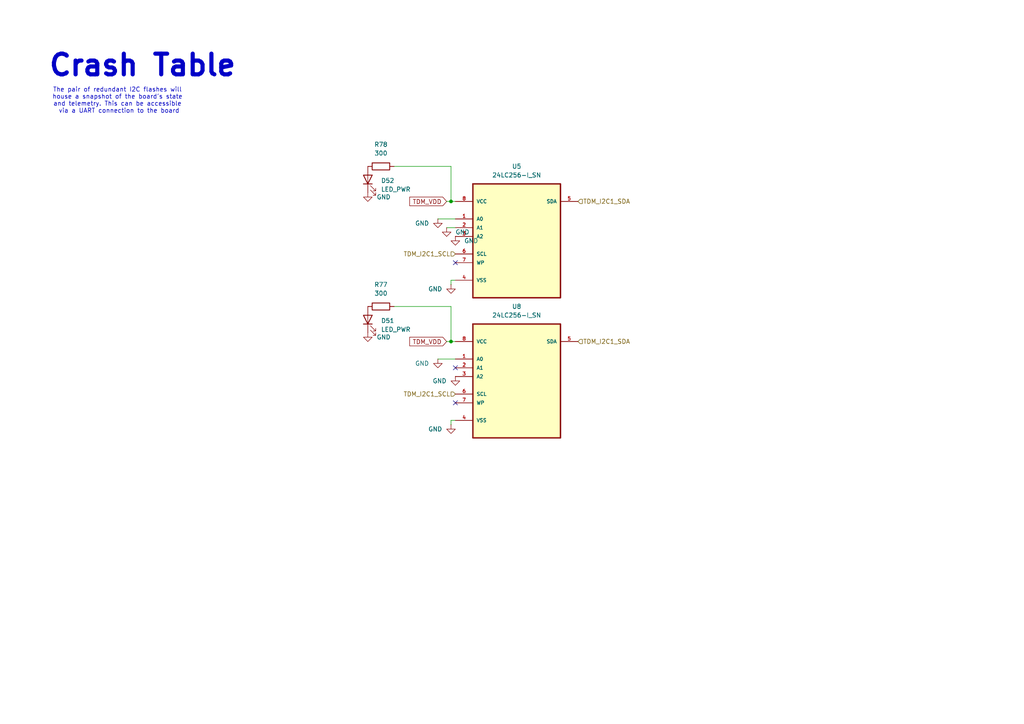
<source format=kicad_sch>
(kicad_sch (version 20250114) (generator "eeschema") (generator_version "9.0")
  (paper "A4")
  (title_block (date "2025-06") (rev "2"))
  (lib_symbols
    (symbol "24LC256-I_SN:24LC256-I_SN" (pin_names (offset 1.016))
      (property "Reference" "U" (at -4.9591 14.9028 0))
      (property "Value" "24LC256-I_SN" (at -5.7261 -23.3626 0))
      (symbol "24LC256-I_SN_0_0"
        (rectangle (start -12.7 -20.32) (end 12.7 12.7) (stroke (width 0.4064)) (fill (type background)))
        (pin power_in line (at -17.78 7.62 0) (length 5.08) (name "VCC") (number "8"))
        (pin input line (at -17.78 2.54 0) (length 5.08) (name "A0") (number "1"))
        (pin input line (at -17.78 0 0) (length 5.08) (name "A1") (number "2"))
        (pin input line (at -17.78 -2.54 0) (length 5.08) (name "A2") (number "3"))
        (pin input line (at -17.78 -7.62 0) (length 5.08) (name "SCL") (number "6"))
        (pin input line (at -17.78 -10.16 0) (length 5.08) (name "WP") (number "7"))
        (pin passive line (at -17.78 -15.24 0) (length 5.08) (name "VSS") (number "4"))
        (pin bidirectional line (at 17.78 7.62 180) (length 5.08) (name "SDA") (number "5"))
      )
    )
    (symbol "Device:LED" (pin_numbers (hide yes)) (pin_names (offset 1.016) (hide yes))
      (property "Reference" "D" (at 0 2.54 0))
      (property "Value" "LED" (at 0 -2.54 0))
      (symbol "LED_0_1"
        (polyline (pts (xy -3.048 -0.762) (xy -4.572 -2.286) (xy -3.81 -2.286) (xy -4.572 -2.286) (xy -4.572 -1.524)))
        (polyline (pts (xy -1.778 -0.762) (xy -3.302 -2.286) (xy -2.54 -2.286) (xy -3.302 -2.286) (xy -3.302 -1.524)))
        (polyline (pts (xy -1.27 0) (xy 1.27 0)))
        (polyline (pts (xy -1.27 -1.27) (xy -1.27 1.27)) (stroke (width 0.254)))
        (polyline (pts (xy 1.27 -1.27) (xy 1.27 1.27) (xy -1.27 0) (xy 1.27 -1.27)) (stroke (width 0.254)))
      )
      (symbol "LED_1_1"
        (pin passive line (at -3.81 0 0) (length 2.54) (name "K") (number "1"))
        (pin passive line (at 3.81 0 180) (length 2.54) (name "A") (number "2"))
      )
    )
    (symbol "Device:R" (pin_numbers (hide yes)) (pin_names (offset 0))
      (property "Reference" "R" (at 2.032 0 90))
      (property "Value" "R" (at 0 0 90))
      (symbol "R_0_1"
        (rectangle (start -1.016 -2.54) (end 1.016 2.54) (stroke (width 0.254)))
      )
      (symbol "R_1_1"
        (pin passive line (at 0 3.81 270) (length 1.27) (name "~") (number "1"))
        (pin passive line (at 0 -3.81 90) (length 1.27) (name "~") (number "2"))
      )
    )
    (symbol "power:GND" (power) (pin_numbers (hide yes)) (pin_names (offset 0) (hide yes))
      (property "Value" "GND" (at 0 -3.81 0))
      (symbol "GND_0_1"
        (polyline (pts (xy 0 0) (xy 0 -1.27) (xy 1.27 -1.27) (xy 0 -2.54) (xy -1.27 -1.27) (xy 0 -1.27)))
      )
      (symbol "GND_1_1"
        (pin power_in line (at 0 0 270) (length 0) (name "~") (number "1"))
      )
    )
  )
  (text "The pair of redundant I2C flashes will \nhouse a snapshot of the board's state \nand telemetry. This can be accessible \nvia a UART connection to the board" (at 34.544 29.21 0) (effects (font (size 1.27 1.27))))
  (text "Crash Table" (at 13.716 22.606 0) (effects (font (size 5.9944 5.9944) (thickness 1.1989) (bold yes)) (justify left bottom)))
  (junction (at 130.81 99.06))
  (junction (at 130.81 58.42))
  (no_connect (at 132.08 76.2))
  (no_connect (at 132.08 106.68))
  (no_connect (at 132.08 116.84))
  (wire (pts (xy 129.54 99.06) (xy 130.81 99.06)))
  (wire (pts (xy 130.81 81.28) (xy 130.81 82.55)))
  (wire (pts (xy 130.81 121.92) (xy 130.81 123.19)))
  (wire (pts (xy 129.54 58.42) (xy 130.81 58.42)))
  (wire (pts (xy 130.81 88.9) (xy 130.81 99.06)))
  (wire (pts (xy 114.3 48.26) (xy 130.81 48.26)))
  (wire (pts (xy 130.81 121.92) (xy 132.08 121.92)))
  (wire (pts (xy 129.54 66.04) (xy 132.08 66.04)))
  (wire (pts (xy 130.81 81.28) (xy 132.08 81.28)))
  (wire (pts (xy 130.81 48.26) (xy 130.81 58.42)))
  (wire (pts (xy 130.81 99.06) (xy 132.08 99.06)))
  (wire (pts (xy 127 63.5) (xy 132.08 63.5)))
  (wire (pts (xy 114.3 88.9) (xy 130.81 88.9)))
  (wire (pts (xy 130.81 58.42) (xy 132.08 58.42)))
  (wire (pts (xy 127 104.14) (xy 132.08 104.14)))
  (global_label "TDM_VDD" (shape input) (at 129.54 58.42 180) (property "Intersheetrefs" "${INTERSHEET_REFS}" (effects (hide yes))))
  (global_label "TDM_VDD" (shape input) (at 129.54 99.06 180) (property "Intersheetrefs" "${INTERSHEET_REFS}" (effects (hide yes))))
  (hierarchical_label "TDM_I2C1_SCL" (shape input) (at 132.08 73.66 180))
  (hierarchical_label "TDM_I2C1_SCL" (shape input) (at 132.08 114.3 180))
  (hierarchical_label "TDM_I2C1_SDA" (shape input) (at 167.64 58.42 0))
  (hierarchical_label "TDM_I2C1_SDA" (shape input) (at 167.64 99.06 0))
  (symbol (lib_id "power:GND") (at 106.68 55.88 0) (unit 1)
    (property "Reference" "#PWR0174" (effects (hide yes)))
    (property "Value" "GND" (at 109.22 57.1499 0) (effects (justify left)))
    (property "Description" "Power symbol creates a global label with name \"GND\" , ground" (effects (hide yes)))
  )
  (symbol (lib_id "power:GND") (at 130.81 82.55 0) (unit 1)
    (property "Reference" "#PWR033" (effects (hide yes)))
    (property "Value" "GND" (at 128.27 83.8199 0) (effects (justify right)))
    (property "Description" "Power symbol creates a global label with name \"GND\" , ground" (effects (hide yes)))
  )
  (symbol (lib_id "power:GND") (at 106.68 96.52 0) (unit 1)
    (property "Reference" "#PWR0173" (effects (hide yes)))
    (property "Value" "GND" (at 109.22 97.7899 0) (effects (justify left)))
    (property "Description" "Power symbol creates a global label with name \"GND\" , ground" (effects (hide yes)))
  )
  (symbol (lib_id "power:GND") (at 129.54 66.04 0) (unit 1)
    (property "Reference" "#PWR037" (effects (hide yes)))
    (property "Value" "GND" (at 132.08 67.3099 0) (effects (justify left)))
    (property "Description" "Power symbol creates a global label with name \"GND\" , ground" (effects (hide yes)))
  )
  (symbol (lib_id "Device:LED") (at 106.68 52.07 90) (unit 1)
    (property "Reference" "D52" (at 110.49 52.3874 90) (effects (justify right)))
    (property "Value" "LED_PWR" (at 110.49 54.9274 90) (effects (justify right)))
    (property "Footprint" "LED_SMD:LED_0603_1608Metric" (effects (hide yes)))
    (property "Description" "Light emitting diode" (effects (hide yes)))
    (property "Sim.Pins" "1=K 2=A" (effects (hide yes)))
  )
  (symbol (lib_id "power:GND") (at 127 104.14 0) (unit 1)
    (property "Reference" "#PWR039" (effects (hide yes)))
    (property "Value" "GND" (at 124.46 105.4099 0) (effects (justify right)))
    (property "Description" "Power symbol creates a global label with name \"GND\" , ground" (effects (hide yes)))
  )
  (symbol (lib_id "Device:R") (at 110.49 48.26 270) (unit 1)
    (property "Reference" "R78" (at 110.49 41.91 90))
    (property "Value" "300" (at 110.49 44.45 90))
    (property "Footprint" "Resistor_SMD:R_0805_2012Metric_Pad1.20x1.40mm_HandSolder" (effects (hide yes)))
    (property "Description" "Resistor" (effects (hide yes)))
    (property "DigiKey_Part_Number" "311-10.0KCRCT-ND" (effects (hide yes)))
    (property "Price" "0.0129" (effects (hide yes)))
  )
  (symbol (lib_id "power:GND") (at 130.81 123.19 0) (unit 1)
    (property "Reference" "#PWR041" (effects (hide yes)))
    (property "Value" "GND" (at 128.27 124.4599 0) (effects (justify right)))
    (property "Description" "Power symbol creates a global label with name \"GND\" , ground" (effects (hide yes)))
  )
  (symbol (lib_id "Device:R") (at 110.49 88.9 270) (unit 1)
    (property "Reference" "R77" (at 110.49 82.55 90))
    (property "Value" "300" (at 110.49 85.09 90))
    (property "Footprint" "Resistor_SMD:R_0805_2012Metric_Pad1.20x1.40mm_HandSolder" (effects (hide yes)))
    (property "Description" "Resistor" (effects (hide yes)))
    (property "DigiKey_Part_Number" "311-10.0KCRCT-ND" (effects (hide yes)))
    (property "Price" "0.0129" (effects (hide yes)))
  )
  (symbol (lib_id "power:GND") (at 127 63.5 0) (unit 1)
    (property "Reference" "#PWR038" (effects (hide yes)))
    (property "Value" "GND" (at 124.46 64.7699 0) (effects (justify right)))
    (property "Description" "Power symbol creates a global label with name \"GND\" , ground" (effects (hide yes)))
  )
  (symbol (lib_id "24LC256-I_SN:24LC256-I_SN") (at 149.86 66.04 0) (unit 1)
    (property "Reference" "U5" (at 149.86 48.26 0))
    (property "Value" "24LC256-I_SN" (at 149.86 50.8 0))
    (property "Footprint" "24LC256-I_SN:SOIC127P600X175-8N" (effects (hide yes)))
    (property "MF" "Microchip" (effects (hide yes)))
    (property "Description_1" "Microchip 24LC256-I/SN Serial EEPROM Memory,256kbit,900ns,2.5 to 5.5V 8-Pin SOIC | Microchip Technology Inc. 24LC256-I/SN" (effects (hide yes)))
    (property "PACKAGE" "SOIC-8" (effects (hide yes)))
    (property "MPN" "24LC256-I/SN" (effects (hide yes)))
    (property "Price" "None" (effects (hide yes)))
    (property "Package" "SO-8 Microchip" (effects (hide yes)))
    (property "OC_FARNELL" "1579573" (effects (hide yes)))
    (property "SnapEDA_Link" "https://www.snapeda.com/parts/24LC256-I/SN/Microchip/view-part/?ref=snap" (effects (hide yes)))
    (property "MP" "24LC256-I/SN" (effects (hide yes)))
    (property "SUPPLIER" "MICROCHIP" (effects (hide yes)))
    (property "OC_NEWARK" "92C7171" (effects (hide yes)))
    (property "Availability" "In Stock" (effects (hide yes)))
    (property "Check_prices" "https://www.snapeda.com/parts/24LC256-I/SN/Microchip/view-part/?ref=eda" (effects (hide yes)))
  )
  (symbol (lib_id "power:GND") (at 132.08 109.22 0) (unit 1)
    (property "Reference" "#PWR042" (effects (hide yes)))
    (property "Value" "GND" (at 129.54 110.4899 0) (effects (justify right)))
    (property "Description" "Power symbol creates a global label with name \"GND\" , ground" (effects (hide yes)))
  )
  (symbol (lib_id "24LC256-I_SN:24LC256-I_SN") (at 149.86 106.68 0) (unit 1)
    (property "Reference" "U8" (at 149.86 88.9 0))
    (property "Value" "24LC256-I_SN" (at 149.86 91.44 0))
    (property "Footprint" "24LC256-I_SN:SOIC127P600X175-8N" (effects (hide yes)))
    (property "MF" "Microchip" (effects (hide yes)))
    (property "Description_1" "Microchip 24LC256-I/SN Serial EEPROM Memory,256kbit,900ns,2.5 to 5.5V 8-Pin SOIC | Microchip Technology Inc. 24LC256-I/SN" (effects (hide yes)))
    (property "PACKAGE" "SOIC-8" (effects (hide yes)))
    (property "MPN" "24LC256-I/SN" (effects (hide yes)))
    (property "Price" "None" (effects (hide yes)))
    (property "Package" "SO-8 Microchip" (effects (hide yes)))
    (property "OC_FARNELL" "1579573" (effects (hide yes)))
    (property "SnapEDA_Link" "https://www.snapeda.com/parts/24LC256-I/SN/Microchip/view-part/?ref=snap" (effects (hide yes)))
    (property "MP" "24LC256-I/SN" (effects (hide yes)))
    (property "SUPPLIER" "MICROCHIP" (effects (hide yes)))
    (property "OC_NEWARK" "92C7171" (effects (hide yes)))
    (property "Availability" "In Stock" (effects (hide yes)))
    (property "Check_prices" "https://www.snapeda.com/parts/24LC256-I/SN/Microchip/view-part/?ref=eda" (effects (hide yes)))
  )
  (symbol (lib_id "Device:LED") (at 106.68 92.71 90) (unit 1)
    (property "Reference" "D51" (at 110.49 93.0274 90) (effects (justify right)))
    (property "Value" "LED_PWR" (at 110.49 95.5674 90) (effects (justify right)))
    (property "Footprint" "LED_SMD:LED_0603_1608Metric" (effects (hide yes)))
    (property "Description" "Light emitting diode" (effects (hide yes)))
    (property "Sim.Pins" "1=K 2=A" (effects (hide yes)))
  )
  (symbol (lib_id "power:GND") (at 132.08 68.58 0) (unit 1)
    (property "Reference" "#PWR036" (effects (hide yes)))
    (property "Value" "GND" (at 134.62 69.8499 0) (effects (justify left)))
    (property "Description" "Power symbol creates a global label with name \"GND\" , ground" (effects (hide yes)))
  )
)
</source>
